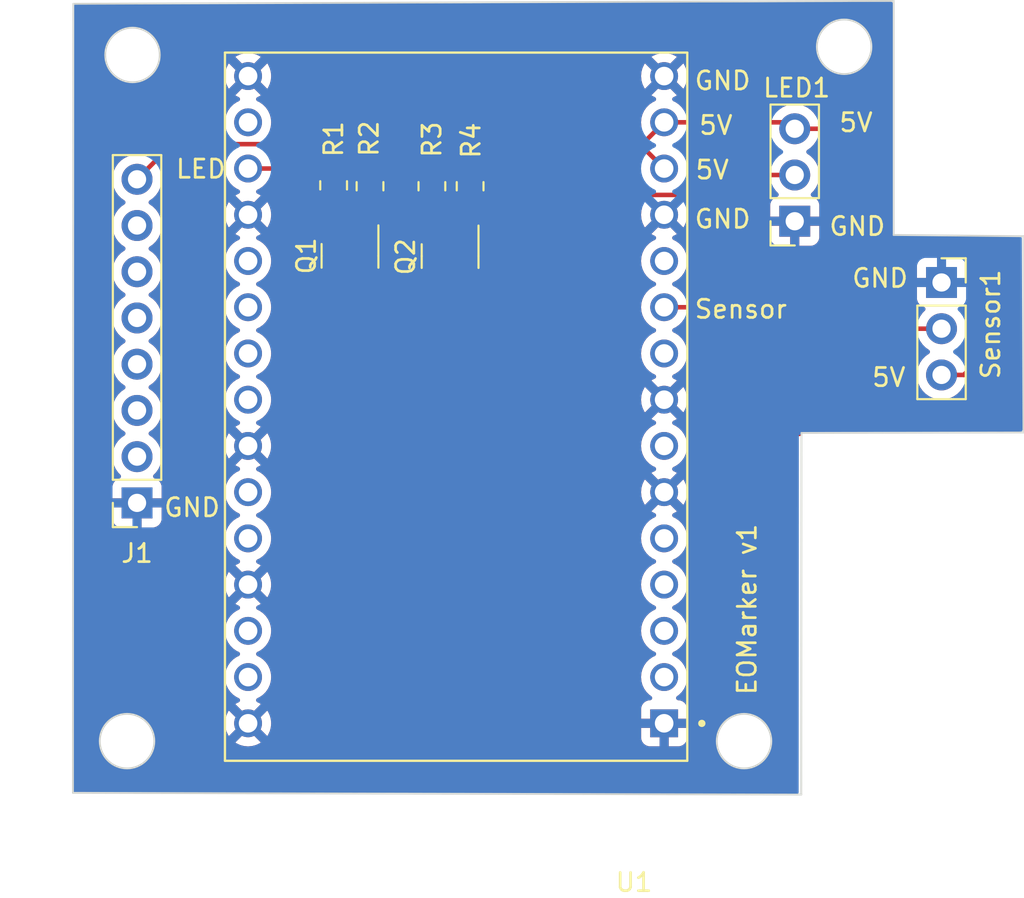
<source format=kicad_pcb>
(kicad_pcb (version 20221018) (generator pcbnew)
  (layers (0 "F.Cu" signal) (31 "B.Cu" signal) (34 "B.Paste" user) (35 "F.Paste" user) (36 "B.SilkS" user "B.Silkscreen") (37 "F.SilkS" user "F.Silkscreen") (38 "B.Mask" user) (39 "F.Mask" user) (44 "Edge.Cuts" user))
  (net 0 "")
  (net 1 "GND")
  (net 2 "5V")
  (net 3 "LED")
  (net 4 "Sensor")
  (net 5 "Net-(U1-3V3-Pad2)")
  (net 11 "level schifter")
  (net 26 "Net-(Q1-C)")
  (net 27 "Net-(Q1-B)")
  (net 28 "Net-(Q2-B)")
  (footprint "Package_TO_SOT_SMD:SOT-23" (layer "F.Cu") (at 73.98 97.9075 -90)
    (fp_text reference "Q1" (at 0 2.4 90) (layer "F.SilkS"))
    (fp_text value "NPN")
    (fp_line (start 0 -1.56) (end -1.675 -1.56) (stroke (width 0.12)) (layer "F.SilkS"))
    (fp_line (start 0 -1.56) (end 0.65 -1.56) (stroke (width 0.12)) (layer "F.SilkS"))
    (fp_line (start 0 1.56) (end -0.65 1.56) (stroke (width 0.12)) (layer "F.SilkS"))
    (fp_line (start 0 1.56) (end 0.65 1.56) (stroke (width 0.12)) (layer "F.SilkS"))
    (pad "1" smd roundrect (at -0.9375 -0.95 270) (size 1.475 0.6) (layers "F.Cu" "F.Paste" "F.Mask") (net 26 "Net-(Q1-C)"))
    (pad "2" smd roundrect (at -0.9375 0.95 270) (size 1.475 0.6) (layers "F.Cu" "F.Paste" "F.Mask") (net 27 "Net-(Q1-B)"))
    (pad "3" smd roundrect (at 0.9375 0 270) (size 1.475 0.6) (layers "F.Cu" "F.Paste" "F.Mask") (net 1 "GND"))
  )
  (footprint "Connector_PinSocket_2.54mm:PinSocket_1x08_P2.54mm_Vertical" (layer "F.Cu") (at 62.28 111.48 180)
    (fp_text reference "J1" (at 0 -2.77) (layer "F.SilkS"))
    (fp_text value "Conn_01x08_Socket")
    (fp_line (start -1.33 1.27) (end -1.33 19.11) (stroke (width 0.12)) (layer "F.SilkS"))
    (fp_line (start -1.33 1.27) (end 1.33 1.27) (stroke (width 0.12)) (layer "F.SilkS"))
    (fp_line (start -1.33 19.11) (end 1.33 19.11) (stroke (width 0.12)) (layer "F.SilkS"))
    (fp_line (start 0 -1.33) (end 1.33 -1.33) (stroke (width 0.12)) (layer "F.SilkS"))
    (fp_line (start 1.33 -1.33) (end 1.33 0) (stroke (width 0.12)) (layer "F.SilkS"))
    (fp_line (start 1.33 1.27) (end 1.33 19.11) (stroke (width 0.12)) (layer "F.SilkS"))
    (pad "1" thru_hole rect (at 0 0 180) (size 1.7 1.7) (drill 1) (layers "*.Cu" "*.Mask") (net 1 "GND"))
    (pad "2" thru_hole oval (at 0 2.54 180) (size 1.7 1.7) (drill 1) (layers "*.Cu" "*.Mask"))
    (pad "3" thru_hole oval (at 0 5.08 180) (size 1.7 1.7) (drill 1) (layers "*.Cu" "*.Mask"))
    (pad "4" thru_hole oval (at 0 7.62 180) (size 1.7 1.7) (drill 1) (layers "*.Cu" "*.Mask"))
    (pad "5" thru_hole oval (at 0 10.16 180) (size 1.7 1.7) (drill 1) (layers "*.Cu" "*.Mask"))
    (pad "6" thru_hole oval (at 0 12.7 180) (size 1.7 1.7) (drill 1) (layers "*.Cu" "*.Mask"))
    (pad "7" thru_hole oval (at 0 15.24 180) (size 1.7 1.7) (drill 1) (layers "*.Cu" "*.Mask"))
    (pad "8" thru_hole oval (at 0 17.78 180) (size 1.7 1.7) (drill 1) (layers "*.Cu" "*.Mask") (net 2 "5V"))
  )
  (footprint "Resistor_SMD:R_0805_2012Metric" (layer "F.Cu") (at 75.08 94.0825 -90)
    (fp_text reference "R2" (at -2.6125 0.05 90) (layer "F.SilkS"))
    (fp_text value "10KΩ")
    (fp_line (start -0.227064 -0.735) (end 0.227064 -0.735) (stroke (width 0.12)) (layer "F.SilkS"))
    (fp_line (start -0.227064 0.735) (end 0.227064 0.735) (stroke (width 0.12)) (layer "F.SilkS"))
    (pad "1" smd roundrect (at -0.9125 0 270) (size 1.025 1.4) (layers "F.Cu" "F.Paste" "F.Mask") (roundrect_rratio 0.243902) (net 2 "5V"))
    (pad "2" smd roundrect (at 0.9125 0 270) (size 1.025 1.4) (layers "F.Cu" "F.Paste" "F.Mask") (roundrect_rratio 0.243902) (net 26 "Net-(Q1-C)"))
  )
  (footprint "Connector_PinSocket_2.54mm:PinSocket_1x03_P2.54mm_Vertical" (layer "F.Cu") (at 106.48 99.37)
    (fp_text reference "Sensor1" (at 2.7 2.3 -90) (layer "F.SilkS"))
    (fp_text value "Conn_01x03_Socket" hide)
    (fp_line (start -1.33 1.27) (end -1.33 6.41) (stroke (width 0.12)) (layer "F.SilkS"))
    (fp_line (start -1.33 1.27) (end 1.33 1.27) (stroke (width 0.12)) (layer "F.SilkS"))
    (fp_line (start -1.33 6.41) (end 1.33 6.41) (stroke (width 0.12)) (layer "F.SilkS"))
    (fp_line (start 0 -1.33) (end 1.33 -1.33) (stroke (width 0.12)) (layer "F.SilkS"))
    (fp_line (start 1.33 -1.33) (end 1.33 0) (stroke (width 0.12)) (layer "F.SilkS"))
    (fp_line (start 1.33 1.27) (end 1.33 6.41) (stroke (width 0.12)) (layer "F.SilkS"))
    (pad "1" thru_hole rect (at 0 0) (size 1.7 1.7) (drill 1) (layers "*.Cu" "*.Mask") (net 1 "GND"))
    (pad "2" thru_hole oval (at 0 2.54) (size 1.7 1.7) (drill 1) (layers "*.Cu" "*.Mask") (net 4 "Sensor"))
    (pad "3" thru_hole oval (at 0 5.08) (size 1.7 1.7) (drill 1) (layers "*.Cu" "*.Mask") (net 2 "5V"))
  )
  (footprint "Resistor_SMD:R_0805_2012Metric" (layer "F.Cu") (at 78.48 94.0825 -90)
    (fp_text reference "R3" (at -2.5625 0 -270) (layer "F.SilkS"))
    (fp_text value "1KΩ")
    (fp_line (start -0.227064 -0.735) (end 0.227064 -0.735) (stroke (width 0.12)) (layer "F.SilkS"))
    (fp_line (start -0.227064 0.735) (end 0.227064 0.735) (stroke (width 0.12)) (layer "F.SilkS"))
    (pad "1" smd roundrect (at -0.9125 0 270) (size 1.025 1.4) (layers "F.Cu" "F.Paste" "F.Mask") (roundrect_rratio 0.243902) (net 26 "Net-(Q1-C)"))
    (pad "2" smd roundrect (at 0.9125 0 270) (size 1.025 1.4) (layers "F.Cu" "F.Paste" "F.Mask") (roundrect_rratio 0.243902) (net 28 "Net-(Q2-B)"))
  )
  (footprint "Package_TO_SOT_SMD:SOT-23" (layer "F.Cu") (at 79.48 97.92 -90)
    (fp_text reference "Q2" (at 0.0375 2.45 90) (layer "F.SilkS"))
    (fp_text value "NPN")
    (fp_line (start 0 -1.56) (end -1.675 -1.56) (stroke (width 0.12)) (layer "F.SilkS"))
    (fp_line (start 0 -1.56) (end 0.65 -1.56) (stroke (width 0.12)) (layer "F.SilkS"))
    (fp_line (start 0 1.56) (end -0.65 1.56) (stroke (width 0.12)) (layer "F.SilkS"))
    (fp_line (start 0 1.56) (end 0.65 1.56) (stroke (width 0.12)) (layer "F.SilkS"))
    (pad "1" smd roundrect (at -0.9375 -0.95 270) (size 1.475 0.6) (layers "F.Cu" "F.Paste" "F.Mask") (net 3 "LED"))
    (pad "2" smd roundrect (at -0.9375 0.95 270) (size 1.475 0.6) (layers "F.Cu" "F.Paste" "F.Mask") (net 28 "Net-(Q2-B)"))
    (pad "3" smd roundrect (at 0.9375 0 270) (size 1.475 0.6) (layers "F.Cu" "F.Paste" "F.Mask") (net 1 "GND"))
  )
  (footprint "Resistor_SMD:R_0805_2012Metric" (layer "F.Cu") (at 80.58 94.0825 -90)
    (fp_text reference "R4" (at -2.5125 -0.05 90) (layer "F.SilkS"))
    (fp_text value "10KΩ")
    (fp_line (start -0.227064 -0.735) (end 0.227064 -0.735) (stroke (width 0.12)) (layer "F.SilkS"))
    (fp_line (start -0.227064 0.735) (end 0.227064 0.735) (stroke (width 0.12)) (layer "F.SilkS"))
    (pad "1" smd roundrect (at -0.9125 0 270) (size 1.025 1.4) (layers "F.Cu" "F.Paste" "F.Mask") (roundrect_rratio 0.243902) (net 2 "5V"))
    (pad "2" smd roundrect (at 0.9125 0 270) (size 1.025 1.4) (layers "F.Cu" "F.Paste" "F.Mask") (roundrect_rratio 0.243902) (net 3 "LED"))
  )
  (footprint "Resistor_SMD:R_0805_2012Metric" (layer "F.Cu") (at 73.08 94.0325 -90)
    (fp_text reference "R1" (at -2.5375 0 90) (layer "F.SilkS"))
    (fp_text value "1KΩ")
    (fp_line (start -0.227064 -0.735) (end 0.227064 -0.735) (stroke (width 0.12)) (layer "F.SilkS"))
    (fp_line (start -0.227064 0.735) (end 0.227064 0.735) (stroke (width 0.12)) (layer "F.SilkS"))
    (pad "1" smd roundrect (at -0.9125 0 270) (size 1.025 1.4) (layers "F.Cu" "F.Paste" "F.Mask") (roundrect_rratio 0.243902) (net 11 "level schifter"))
    (pad "2" smd roundrect (at 0.9125 0 270) (size 1.025 1.4) (layers "F.Cu" "F.Paste" "F.Mask") (roundrect_rratio 0.243902) (net 27 "Net-(Q1-B)"))
  )
  (footprint "Connector_PinSocket_2.54mm:PinSocket_1x03_P2.54mm_Vertical" (layer "F.Cu") (at 98.415 96.005 180)
    (fp_text reference "LED1" (at -0.105 7.325) (layer "F.SilkS"))
    (fp_text value "Conn_01x03_Socket" hide)
    (fp_line (start -1.33 1.27) (end -1.33 6.41) (stroke (width 0.12)) (layer "F.SilkS"))
    (fp_line (start -1.33 1.27) (end 1.33 1.27) (stroke (width 0.12)) (layer "F.SilkS"))
    (fp_line (start -1.33 6.41) (end 1.33 6.41) (stroke (width 0.12)) (layer "F.SilkS"))
    (fp_line (start 0 -1.33) (end 1.33 -1.33) (stroke (width 0.12)) (layer "F.SilkS"))
    (fp_line (start 1.33 -1.33) (end 1.33 0) (stroke (width 0.12)) (layer "F.SilkS"))
    (fp_line (start 1.33 1.27) (end 1.33 6.41) (stroke (width 0.12)) (layer "F.SilkS"))
    (pad "1" thru_hole rect (at 0 0 180) (size 1.7 1.7) (drill 1) (layers "*.Cu" "*.Mask") (net 1 "GND"))
    (pad "2" thru_hole oval (at 0 2.54 180) (size 1.7 1.7) (drill 1) (layers "*.Cu" "*.Mask") (net 3 "LED"))
    (pad "3" thru_hole oval (at 0 5.08 180) (size 1.7 1.7) (drill 1) (layers "*.Cu" "*.Mask") (net 2 "5V"))
  )
  (footprint "ESP32-C3-DEVKITM-1:XCVR_ESP32-C3-DEVKITM-1" (layer "F.Cu") (at 79.81 106.195 180)
    (fp_text reference "U1" (at -9.775 -26.135) (layer "F.SilkS"))
    (fp_text value "ESP32-C3-DEVKITM-1")
    (fp_line (start -12.7 -19.455) (end 12.7 -19.455) (stroke (width 0.127)) (layer "F.SilkS"))
    (fp_line (start -12.7 19.455) (end -12.7 -19.455) (stroke (width 0.127)) (layer "F.SilkS"))
    (fp_line (start 12.7 -19.455) (end 12.7 19.455) (stroke (width 0.127)) (layer "F.SilkS"))
    (fp_line (start 12.7 19.455) (end -12.7 19.455) (stroke (width 0.127)) (layer "F.SilkS"))
    (fp_circle (center -13.5 -17.4) (end -13.4 -17.4) (stroke (width 0.2)) (fill none) (layer "F.SilkS"))
    (pad "1" thru_hole rect (at -11.43 -17.395 180) (size 1.53 1.53) (drill 1.02) (layers "*.Cu" "*.Mask") (net 1 "GND"))
    (pad "2" thru_hole circle (at -11.43 -14.855 180) (size 1.53 1.53) (drill 1.02) (layers "*.Cu" "*.Mask") (net 5 "Net-(U1-3V3-Pad2)"))
    (pad "3" thru_hole circle (at -11.43 -12.315 180) (size 1.53 1.53) (drill 1.02) (layers "*.Cu" "*.Mask") (net 5 "Net-(U1-3V3-Pad2)"))
    (pad "4" thru_hole circle (at -11.43 -9.775 180) (size 1.53 1.53) (drill 1.02) (layers "*.Cu" "*.Mask"))
    (pad "5" thru_hole circle (at -11.43 -7.235 180) (size 1.53 1.53) (drill 1.02) (layers "*.Cu" "*.Mask"))
    (pad "6" thru_hole circle (at -11.43 -4.695 180) (size 1.53 1.53) (drill 1.02) (layers "*.Cu" "*.Mask") (net 1 "GND"))
    (pad "7" thru_hole circle (at -11.43 -2.155 180) (size 1.53 1.53) (drill 1.02) (layers "*.Cu" "*.Mask"))
    (pad "8" thru_hole circle (at -11.43 0.385 180) (size 1.53 1.53) (drill 1.02) (layers "*.Cu" "*.Mask") (net 1 "GND"))
    (pad "9" thru_hole circle (at -11.43 2.925 180) (size 1.53 1.53) (drill 1.02) (layers "*.Cu" "*.Mask"))
    (pad "10" thru_hole circle (at -11.43 5.465 180) (size 1.53 1.53) (drill 1.02) (layers "*.Cu" "*.Mask") (net 4 "Sensor"))
    (pad "11" thru_hole circle (at -11.43 8.005 180) (size 1.53 1.53) (drill 1.02) (layers "*.Cu" "*.Mask"))
    (pad "12" thru_hole circle (at -11.43 10.545 180) (size 1.53 1.53) (drill 1.02) (layers "*.Cu" "*.Mask") (net 1 "GND"))
    (pad "13" thru_hole circle (at -11.43 13.085 180) (size 1.53 1.53) (drill 1.02) (layers "*.Cu" "*.Mask") (net 2 "5V"))
    (pad "14" thru_hole circle (at -11.43 15.625 180) (size 1.53 1.53) (drill 1.02) (layers "*.Cu" "*.Mask") (net 2 "5V"))
    (pad "15" thru_hole circle (at -11.43 18.165 180) (size 1.53 1.53) (drill 1.02) (layers "*.Cu" "*.Mask") (net 1 "GND"))
    (pad "16" thru_hole circle (at 11.43 18.165 180) (size 1.53 1.53) (drill 1.02) (layers "*.Cu" "*.Mask") (net 1 "GND"))
    (pad "17" thru_hole circle (at 11.43 15.625 180) (size 1.53 1.53) (drill 1.02) (layers "*.Cu" "*.Mask"))
    (pad "18" thru_hole circle (at 11.43 13.085 180) (size 1.53 1.53) (drill 1.02) (layers "*.Cu" "*.Mask") (net 11 "level schifter"))
    (pad "19" thru_hole circle (at 11.43 10.545 180) (size 1.53 1.53) (drill 1.02) (layers "*.Cu" "*.Mask") (net 1 "GND"))
    (pad "20" thru_hole circle (at 11.43 8.005 180) (size 1.53 1.53) (drill 1.02) (layers "*.Cu" "*.Mask"))
    (pad "21" thru_hole circle (at 11.43 5.465 180) (size 1.53 1.53) (drill 1.02) (layers "*.Cu" "*.Mask"))
    (pad "22" thru_hole circle (at 11.43 2.925 180) (size 1.53 1.53) (drill 1.02) (layers "*.Cu" "*.Mask"))
    (pad "23" thru_hole circle (at 11.43 0.385 180) (size 1.53 1.53) (drill 1.02) (layers "*.Cu" "*.Mask"))
    (pad "24" thru_hole circle (at 11.43 -2.155 180) (size 1.53 1.53) (drill 1.02) (layers "*.Cu" "*.Mask") (net 1 "GND"))
    (pad "25" thru_hole circle (at 11.43 -4.695 180) (size 1.53 1.53) (drill 1.02) (layers "*.Cu" "*.Mask"))
    (pad "26" thru_hole circle (at 11.43 -7.235 180) (size 1.53 1.53) (drill 1.02) (layers "*.Cu" "*.Mask"))
    (pad "27" thru_hole circle (at 11.43 -9.775 180) (size 1.53 1.53) (drill 1.02) (layers "*.Cu" "*.Mask") (net 1 "GND"))
    (pad "28" thru_hole circle (at 11.43 -12.315 180) (size 1.53 1.53) (drill 1.02) (layers "*.Cu" "*.Mask"))
    (pad "29" thru_hole circle (at 11.43 -14.855 180) (size 1.53 1.53) (drill 1.02) (layers "*.Cu" "*.Mask"))
    (pad "30" thru_hole circle (at 11.43 -17.395 180) (size 1.53 1.53) (drill 1.02) (layers "*.Cu" "*.Mask") (net 1 "GND"))
  )
  (gr_circle (center 62.03 86.87) (end 63.53 86.87) (stroke (width 0.1)) (fill none) (layer "Edge.Cuts"))
  (gr_circle (center 95.63 124.57) (end 97.13 124.57) (stroke (width 0.1)) (fill none) (layer "Edge.Cuts"))
  (gr_line (start 110.98 96.83) (end 110.98 107.61) (stroke (width 0.1)) (layer "Edge.Cuts"))
  (gr_line (start 103.85 96.76) (end 110.98 96.83) (stroke (width 0.1)) (layer "Edge.Cuts"))
  (gr_line (start 110.98 107.61) (end 98.785 107.635) (stroke (width 0.1)) (layer "Edge.Cuts"))
  (gr_line (start 98.785 107.635) (end 98.775 127.505) (stroke (width 0.1)) (layer "Edge.Cuts"))
  (gr_line (start 58.76 127.41) (end 58.78 84.06) (stroke (width 0.1)) (layer "Edge.Cuts"))
  (gr_circle (center 101.13 86.42) (end 102.63 86.42) (stroke (width 0.1)) (fill none) (layer "Edge.Cuts"))
  (gr_line (start 58.78 84.06) (end 103.85 83.9) (stroke (width 0.1)) (layer "Edge.Cuts"))
  (gr_circle (center 61.73 124.57) (end 63.23 124.57) (stroke (width 0.1)) (fill none) (layer "Edge.Cuts"))
  (gr_line (start 103.85 83.9) (end 103.85 96.76) (stroke (width 0.1)) (layer "Edge.Cuts"))
  (gr_line (start 98.775 127.505) (end 58.76 127.41) (stroke (width 0.1)) (layer "Edge.Cuts"))
  (gr_text "Sensor" (at 92.83 101.42) (layer "F.SilkS") (effects (font (size 1 1)) (justify left bottom)))
  (gr_text "GND" (at 101.48 99.72) (layer "F.SilkS") (effects (font (size 1 1)) (justify left bottom)))
  (gr_text "5V" (at 93.08 91.32) (layer "F.SilkS") (effects (font (size 1 1)) (justify left bottom)))
  (gr_text "5V" (at 92.88 93.77) (layer "F.SilkS") (effects (font (size 1 1)) (justify left bottom)))
  (gr_text "EOMarker v1" (at 96.38 122.12 90) (layer "F.SilkS") (effects (font (size 1 1)) (justify left bottom)))
  (gr_text "GND" (at 100.23 96.87) (layer "F.SilkS") (effects (font (size 1 1)) (justify left bottom)))
  (gr_text "GND" (at 63.68 112.32) (layer "F.SilkS") (effects (font (size 1 1)) (justify left bottom)))
  (gr_text "GND" (at 92.83 96.47) (layer "F.SilkS") (effects (font (size 1 1)) (justify left bottom)))
  (gr_text "5V" (at 100.78 91.17) (layer "F.SilkS") (effects (font (size 1 1)) (justify left bottom)))
  (gr_text "GND" (at 92.83 88.87) (layer "F.SilkS") (effects (font (size 1 1)) (justify left bottom)))
  (gr_text "5V" (at 102.58 105.17) (layer "F.SilkS") (effects (font (size 1 1)) (justify left bottom)))
  (gr_text "LED\n" (at 64.33 93.72) (layer "F.SilkS") (effects (font (size 1 1)) (justify left bottom)))
  (segment (start 102.88 97.67) (end 107.43 97.67) (width 0.25) (layer "F.Cu") (net 2))
  (segment (start 62.28 93.7) (end 64.21 91.77) (width 0.25) (layer "F.Cu") (net 2))
  (segment (start 108.23 103.92) (end 107.7 104.45) (width 0.25) (layer "F.Cu") (net 2))
  (segment (start 89.9 91.77) (end 90.085 91.955) (width 0.25) (layer "F.Cu") (net 2))
  (segment (start 107.7 104.45) (end 106.48 104.45) (width 0.25) (layer "F.Cu") (net 2))
  (segment (start 101.48 91.28) (end 101.48 96.27) (width 0.25) (layer "F.Cu") (net 2))
  (segment (start 91.24 93.11) (end 90.085 91.955) (width 0.25) (layer "F.Cu") (net 2))
  (segment (start 107.43 97.67) (end 108.23 98.47) (width 0.25) (layer "F.Cu") (net 2))
  (segment (start 101.48 96.27) (end 102.88 97.67) (width 0.25) (layer "F.Cu") (net 2))
  (segment (start 101.48 91.28) (end 101.125 90.925) (width 0.25) (layer "F.Cu") (net 2))
  (segment (start 79.98 91.77) (end 89.9 91.77) (width 0.25) (layer "F.Cu") (net 2))
  (segment (start 108.23 98.47) (end 108.23 103.92) (width 0.25) (layer "F.Cu") (net 2))
  (segment (start 75.08 93.17) (end 75.08 92.37) (width 0.25) (layer "F.Cu") (net 2))
  (segment (start 90.04 91.77) (end 91.24 90.57) (width 0.25) (layer "F.Cu") (net 2))
  (segment (start 80.58 93.17) (end 80.58 92.37) (width 0.25) (layer "F.Cu") (net 2))
  (segment (start 98.06 90.57) (end 98.415 90.925) (width 0.25) (layer "F.Cu") (net 2))
  (segment (start 64.21 91.77) (end 74.48 91.77) (width 0.25) (layer "F.Cu") (net 2))
  (segment (start 78.08 91.77) (end 79.98 91.77) (width 0.25) (layer "F.Cu") (net 2))
  (segment (start 75.08 92.37) (end 74.48 91.77) (width 0.25) (layer "F.Cu") (net 2))
  (segment (start 74.48 91.77) (end 74.83 91.77) (width 0.25) (layer "F.Cu") (net 2))
  (segment (start 101.125 90.925) (end 98.415 90.925) (width 0.25) (layer "F.Cu") (net 2))
  (segment (start 80.58 92.37) (end 79.98 91.77) (width 0.25) (layer "F.Cu") (net 2))
  (segment (start 74.83 91.77) (end 78.08 91.77) (width 0.25) (layer "F.Cu") (net 2))
  (segment (start 89.9 91.77) (end 90.04 91.77) (width 0.25) (layer "F.Cu") (net 2))
  (segment (start 91.24 90.57) (end 98.06 90.57) (width 0.25) (layer "F.Cu") (net 2))
  (segment (start 98.415 90.925) (end 98.72 90.62) (width 0.25) (layer "F.Cu") (net 2))
  (segment (start 80.43 95.145) (end 80.58 94.995) (width 0.25) (layer "F.Cu") (net 3))
  (segment (start 95.335 93.465) (end 94.24 94.56) (width 0.25) (layer "F.Cu") (net 3))
  (segment (start 80.43 96.9825) (end 80.43 95.145) (width 0.25) (layer "F.Cu") (net 3))
  (segment (start 94.24 94.56) (end 81.015 94.56) (width 0.25) (layer "F.Cu") (net 3))
  (segment (start 98.415 93.465) (end 95.335 93.465) (width 0.25) (layer "F.Cu") (net 3))
  (segment (start 81.015 94.56) (end 80.58 94.995) (width 0.25) (layer "F.Cu") (net 3))
  (segment (start 103.34 100.73) (end 91.24 100.73) (width 0.25) (layer "F.Cu") (net 4))
  (segment (start 104.52 101.91) (end 103.34 100.73) (width 0.25) (layer "F.Cu") (net 4))
  (segment (start 106.48 101.91) (end 104.52 101.91) (width 0.25) (layer "F.Cu") (net 4))
  (segment (start 68.38 93.11) (end 73.07 93.11) (width 0.25) (layer "F.Cu") (net 11))
  (segment (start 73.07 93.11) (end 73.08 93.12) (width 0.25) (layer "F.Cu") (net 11))
  (segment (start 75.455 94.995) (end 75.08 94.995) (width 0.25) (layer "F.Cu") (net 26))
  (segment (start 78.48 93.17) (end 77.28 93.17) (width 0.25) (layer "F.Cu") (net 26))
  (segment (start 74.93 95.145) (end 75.08 94.995) (width 0.25) (layer "F.Cu") (net 26))
  (segment (start 77.28 93.17) (end 75.455 94.995) (width 0.25) (layer "F.Cu") (net 26))
  (segment (start 74.93 96.97) (end 74.93 95.145) (width 0.25) (layer "F.Cu") (net 26))
  (segment (start 73.03 96.97) (end 73.03 94.995) (width 0.25) (layer "F.Cu") (net 27))
  (segment (start 73.03 94.995) (end 73.08 94.945) (width 0.25) (layer "F.Cu") (net 27))
  (segment (start 78.53 96.9825) (end 78.53 95.045) (width 0.25) (layer "F.Cu") (net 28))
  (segment (start 78.48 96.92) (end 78.68 97.12) (width 0.25) (layer "F.Cu") (net 28))
  (segment (start 78.53 95.045) (end 78.48 94.995) (width 0.25) (layer "F.Cu") (net 28))
  (zone (net 1) (net_name "GND") (layer "F.Cu") (priority 2) (connect_pads (clearance 0.5)) (min_thickness 0.25) (fill yes (thermal_gap 0.5) (thermal_bridge_width 0.5))
    (polygon (pts (xy 58.85 84.11) (xy 103.92 83.98) (xy 104.03 96.74) (xy 110.79 96.78) (xy 110.79 107.45) (xy 98.53 107.82) (xy 98.53 127.45) (xy 58.85 127.49)))
  )
  (zone (net 1) (net_name "GND") (layer "B.Cu") (priority 1) (connect_pads (clearance 0.5)) (min_thickness 0.25) (fill yes (thermal_gap 0.5) (thermal_bridge_width 0.5))
    (polygon (pts (xy 58.66 84.09) (xy 103.82 83.94) (xy 103.85 96.75) (xy 110.89 96.81) (xy 110.93 107.58) (xy 98.64 107.75) (xy 98.63 127.57) (xy 58.66 127.57)))
  )
)
</source>
